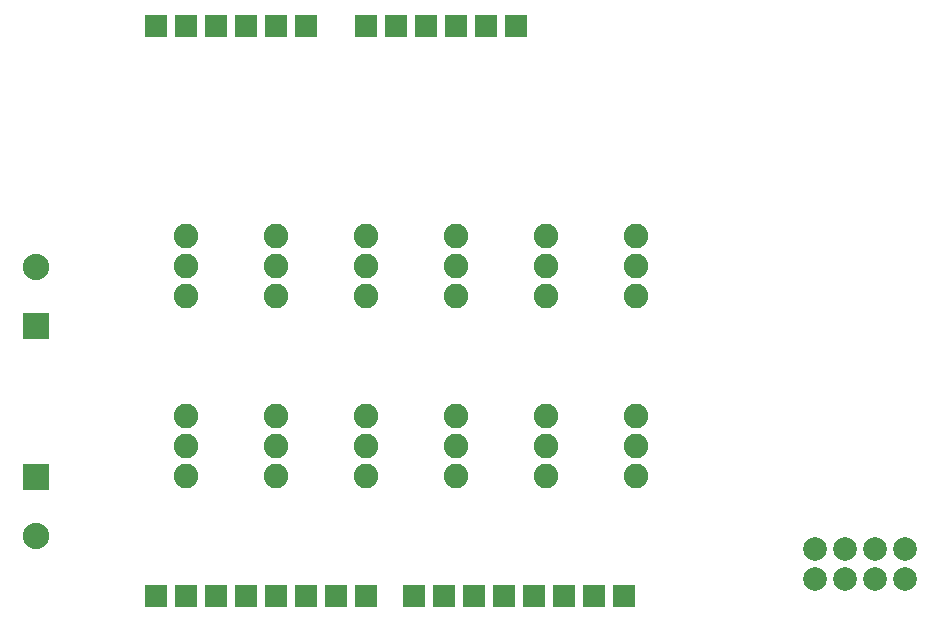
<source format=gts>
G04 ---------------------------- Layer name :TOP SOLDER LAYER*
G04 easyEDA 0.1*
G04 Scale: 100 percent, Rotated: No, Reflected: No *
G04 Dimensions in inches *
G04 leading zeros omitted , absolute positions ,2 integer and 4 * 
%FSLAX24Y24*%
%MOIN*%
G90*
G70D02*

%ADD12C,0.082000*%
%ADD14C,0.078866*%
%ADD16R,0.074000X0.074000*%
%ADD17R,0.088000X0.088000*%
%ADD18C,0.088000*%

%LPD*%
G54D12*
G01X8000Y14000D03*
G01X8000Y13000D03*
G01X8000Y12000D03*
G01X11000Y14000D03*
G01X11000Y13000D03*
G01X11000Y12000D03*
G01X14000Y14000D03*
G01X14000Y13000D03*
G01X14000Y12000D03*
G01X17000Y14000D03*
G01X17000Y13000D03*
G01X17000Y12000D03*
G01X20000Y14000D03*
G01X20000Y13000D03*
G01X20000Y12000D03*
G01X23000Y14000D03*
G01X23000Y13000D03*
G01X23000Y12000D03*
G01X8000Y6000D03*
G01X8000Y7000D03*
G01X8000Y8000D03*
G54D14*
G01X28994Y2561D03*
G01X28993Y3561D03*
G01X29993Y2561D03*
G01X29993Y3561D03*
G01X30993Y2561D03*
G01X30993Y3561D03*
G01X31993Y2561D03*
G01X31993Y3561D03*
G54D12*
G01X20000Y6000D03*
G01X20000Y7000D03*
G01X20000Y8000D03*
G01X17000Y6000D03*
G01X17000Y7000D03*
G01X17000Y8000D03*
G01X14000Y6000D03*
G01X14000Y7000D03*
G01X14000Y8000D03*
G01X11000Y6000D03*
G01X11000Y7000D03*
G01X11000Y8000D03*
G54D16*
G01X11000Y2000D03*
G01X12000Y21000D03*
G01X10000Y2000D03*
G01X9000Y2000D03*
G01X8000Y2000D03*
G01X7000Y2000D03*
G01X12000Y2000D03*
G01X13000Y2000D03*
G01X14000Y2000D03*
G01X15600Y2000D03*
G01X16600Y2000D03*
G01X17600Y2000D03*
G01X18600Y2000D03*
G01X19600Y2000D03*
G01X20600Y2000D03*
G01X21600Y2000D03*
G01X22600Y2000D03*
G01X11000Y21000D03*
G01X10000Y21000D03*
G01X9000Y21000D03*
G01X8000Y21000D03*
G01X7000Y21000D03*
G01X14000Y21000D03*
G01X15000Y21000D03*
G01X16000Y21000D03*
G01X17000Y21000D03*
G01X18000Y21000D03*
G01X19000Y21000D03*
G54D17*
G01X3000Y11019D03*
G54D18*
G01X3000Y12980D03*
G54D17*
G01X3000Y5980D03*
G54D18*
G01X3000Y4019D03*
G54D12*
G01X23000Y6000D03*
G01X23000Y7000D03*
G01X23000Y8000D03*

M00*
M02*
</source>
